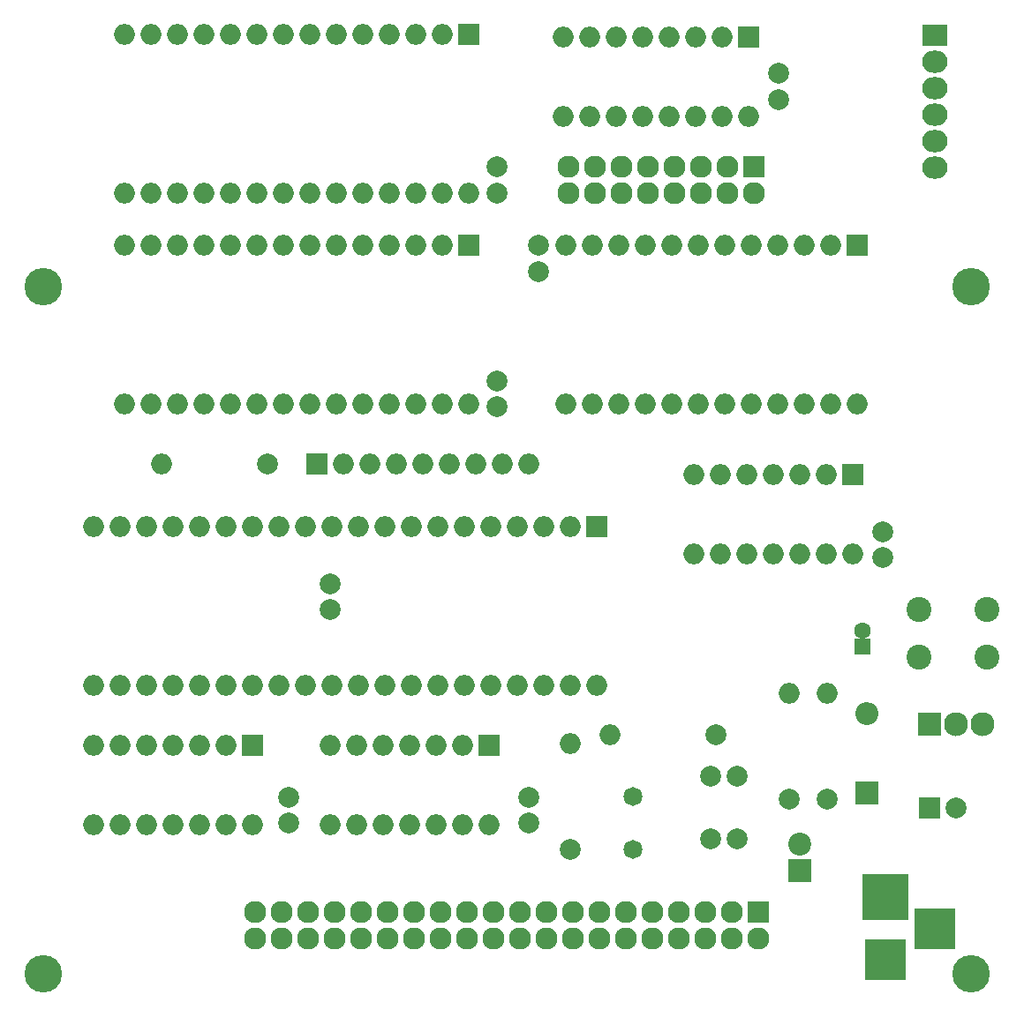
<source format=gbs>
G04 #@! TF.GenerationSoftware,KiCad,Pcbnew,(5.0.0-3-g5ebb6b6)*
G04 #@! TF.CreationDate,2018-12-25T22:54:35+09:00*
G04 #@! TF.ProjectId,Z80-GRANT,5A38302D4752414E542E6B696361645F,rev?*
G04 #@! TF.SameCoordinates,Original*
G04 #@! TF.FileFunction,Soldermask,Bot*
G04 #@! TF.FilePolarity,Negative*
%FSLAX46Y46*%
G04 Gerber Fmt 4.6, Leading zero omitted, Abs format (unit mm)*
G04 Created by KiCad (PCBNEW (5.0.0-3-g5ebb6b6)) date 2018 December 25, Tuesday 22:54:35*
%MOMM*%
%LPD*%
G01*
G04 APERTURE LIST*
%ADD10C,2.000000*%
%ADD11R,1.600000X1.600000*%
%ADD12C,1.600000*%
%ADD13R,2.000000X2.000000*%
%ADD14R,2.200000X2.200000*%
%ADD15O,2.200000X2.200000*%
%ADD16C,2.200000*%
%ADD17R,2.127200X2.127200*%
%ADD18O,2.127200X2.127200*%
%ADD19R,2.432000X2.127200*%
%ADD20O,2.432000X2.127200*%
%ADD21R,4.400000X4.400000*%
%ADD22R,3.900120X3.900120*%
%ADD23O,2.000000X2.000000*%
%ADD24C,2.400000*%
%ADD25R,2.300000X2.300000*%
%ADD26C,2.300000*%
%ADD27C,1.822400*%
%ADD28C,3.600000*%
G04 APERTURE END LIST*
D10*
G04 #@! TO.C,C1*
X121000000Y-99500000D03*
X121000000Y-102000000D03*
G04 #@! TD*
G04 #@! TO.C,C2*
X157500000Y-118000000D03*
X160000000Y-118000000D03*
G04 #@! TD*
G04 #@! TO.C,C3*
X157500000Y-124000000D03*
X160000000Y-124000000D03*
G04 #@! TD*
D11*
G04 #@! TO.C,C4*
X172000000Y-105500000D03*
D12*
X172000000Y-104000000D03*
G04 #@! TD*
D13*
G04 #@! TO.C,C5*
X178500000Y-121000000D03*
D10*
X181000000Y-121000000D03*
G04 #@! TD*
G04 #@! TO.C,C6*
X164000000Y-53000000D03*
X164000000Y-50500000D03*
G04 #@! TD*
G04 #@! TO.C,C7*
X137000000Y-82500000D03*
X137000000Y-80000000D03*
G04 #@! TD*
G04 #@! TO.C,C8*
X141000000Y-67000000D03*
X141000000Y-69500000D03*
G04 #@! TD*
G04 #@! TO.C,C9*
X117000000Y-122500000D03*
X117000000Y-120000000D03*
G04 #@! TD*
G04 #@! TO.C,C10*
X137000000Y-62000000D03*
X137000000Y-59500000D03*
G04 #@! TD*
G04 #@! TO.C,C11*
X140000000Y-122500000D03*
X140000000Y-120000000D03*
G04 #@! TD*
G04 #@! TO.C,C12*
X174000000Y-97000000D03*
X174000000Y-94500000D03*
G04 #@! TD*
D14*
G04 #@! TO.C,D1*
X172466000Y-119620000D03*
D15*
X172466000Y-112000000D03*
G04 #@! TD*
D14*
G04 #@! TO.C,D2*
X166000000Y-127000000D03*
D16*
X166000000Y-124460000D03*
G04 #@! TD*
D17*
G04 #@! TO.C,J1*
X161620000Y-59460000D03*
D18*
X161620000Y-62000000D03*
X159080000Y-59460000D03*
X159080000Y-62000000D03*
X156540000Y-59460000D03*
X156540000Y-62000000D03*
X154000000Y-59460000D03*
X154000000Y-62000000D03*
X151460000Y-59460000D03*
X151460000Y-62000000D03*
X148920000Y-59460000D03*
X148920000Y-62000000D03*
X146380000Y-59460000D03*
X146380000Y-62000000D03*
X143840000Y-59460000D03*
X143840000Y-62000000D03*
G04 #@! TD*
D19*
G04 #@! TO.C,J2*
X179000000Y-46840000D03*
D20*
X179000000Y-49380000D03*
X179000000Y-51920000D03*
X179000000Y-54460000D03*
X179000000Y-57000000D03*
X179000000Y-59540000D03*
G04 #@! TD*
D17*
G04 #@! TO.C,J3*
X162080000Y-131000000D03*
D18*
X162080000Y-133540000D03*
X159540000Y-131000000D03*
X159540000Y-133540000D03*
X157000000Y-131000000D03*
X157000000Y-133540000D03*
X154460000Y-131000000D03*
X154460000Y-133540000D03*
X151920000Y-131000000D03*
X151920000Y-133540000D03*
X149380000Y-131000000D03*
X149380000Y-133540000D03*
X146840000Y-131000000D03*
X146840000Y-133540000D03*
X144300000Y-131000000D03*
X144300000Y-133540000D03*
X141760000Y-131000000D03*
X141760000Y-133540000D03*
X139220000Y-131000000D03*
X139220000Y-133540000D03*
X136680000Y-131000000D03*
X136680000Y-133540000D03*
X134140000Y-131000000D03*
X134140000Y-133540000D03*
X131600000Y-131000000D03*
X131600000Y-133540000D03*
X129060000Y-131000000D03*
X129060000Y-133540000D03*
X126520000Y-131000000D03*
X126520000Y-133540000D03*
X123980000Y-131000000D03*
X123980000Y-133540000D03*
X121440000Y-131000000D03*
X121440000Y-133540000D03*
X118900000Y-131000000D03*
X118900000Y-133540000D03*
X116360000Y-131000000D03*
X116360000Y-133540000D03*
X113820000Y-131000000D03*
X113820000Y-133540000D03*
G04 #@! TD*
D21*
G04 #@! TO.C,J4*
X174244000Y-129598860D03*
D22*
X174244000Y-135598340D03*
X178943000Y-132598600D03*
G04 #@! TD*
D10*
G04 #@! TO.C,R1*
X115000000Y-88000000D03*
D23*
X104840000Y-88000000D03*
G04 #@! TD*
D10*
G04 #@! TO.C,R2*
X158000000Y-114000000D03*
D23*
X147840000Y-114000000D03*
G04 #@! TD*
D10*
G04 #@! TO.C,R3*
X144000000Y-125000000D03*
D23*
X144000000Y-114840000D03*
G04 #@! TD*
D10*
G04 #@! TO.C,R4*
X168656000Y-120160000D03*
D23*
X168656000Y-110000000D03*
G04 #@! TD*
D10*
G04 #@! TO.C,R5*
X165000000Y-120160000D03*
D23*
X165000000Y-110000000D03*
G04 #@! TD*
D13*
G04 #@! TO.C,RN1*
X119680000Y-88000000D03*
D23*
X122220000Y-88000000D03*
X124760000Y-88000000D03*
X127300000Y-88000000D03*
X129840000Y-88000000D03*
X132380000Y-88000000D03*
X134920000Y-88000000D03*
X137460000Y-88000000D03*
X140000000Y-88000000D03*
G04 #@! TD*
D24*
G04 #@! TO.C,SW1*
X177500000Y-106500000D03*
X177500000Y-102000000D03*
X184000000Y-106500000D03*
X184000000Y-102000000D03*
G04 #@! TD*
D25*
G04 #@! TO.C,SW2*
X178515000Y-113000000D03*
D26*
X181015000Y-113000000D03*
X183515000Y-113000000D03*
G04 #@! TD*
D27*
G04 #@! TO.C,Y1*
X150000000Y-119920000D03*
X150000000Y-125000000D03*
G04 #@! TD*
D28*
G04 #@! TO.C,M1*
X93460000Y-70970000D03*
G04 #@! TD*
G04 #@! TO.C,M2*
X182450000Y-70970000D03*
G04 #@! TD*
G04 #@! TO.C,M3*
X93460000Y-136960000D03*
G04 #@! TD*
G04 #@! TO.C,M4*
X182450000Y-136960000D03*
G04 #@! TD*
D13*
G04 #@! TO.C,U2*
X171080000Y-89000000D03*
D23*
X155840000Y-96620000D03*
X168540000Y-89000000D03*
X158380000Y-96620000D03*
X166000000Y-89000000D03*
X160920000Y-96620000D03*
X163460000Y-89000000D03*
X163460000Y-96620000D03*
X160920000Y-89000000D03*
X166000000Y-96620000D03*
X158380000Y-89000000D03*
X168540000Y-96620000D03*
X155840000Y-89000000D03*
X171080000Y-96620000D03*
G04 #@! TD*
D13*
G04 #@! TO.C,U3*
X136240000Y-115000000D03*
D23*
X121000000Y-122620000D03*
X133700000Y-115000000D03*
X123540000Y-122620000D03*
X131160000Y-115000000D03*
X126080000Y-122620000D03*
X128620000Y-115000000D03*
X128620000Y-122620000D03*
X126080000Y-115000000D03*
X131160000Y-122620000D03*
X123540000Y-115000000D03*
X133700000Y-122620000D03*
X121000000Y-115000000D03*
X136240000Y-122620000D03*
G04 #@! TD*
D13*
G04 #@! TO.C,U4*
X134320000Y-46760000D03*
D23*
X101300000Y-62000000D03*
X131780000Y-46760000D03*
X103840000Y-62000000D03*
X129240000Y-46760000D03*
X106380000Y-62000000D03*
X126700000Y-46760000D03*
X108920000Y-62000000D03*
X124160000Y-46760000D03*
X111460000Y-62000000D03*
X121620000Y-46760000D03*
X114000000Y-62000000D03*
X119080000Y-46760000D03*
X116540000Y-62000000D03*
X116540000Y-46760000D03*
X119080000Y-62000000D03*
X114000000Y-46760000D03*
X121620000Y-62000000D03*
X111460000Y-46760000D03*
X124160000Y-62000000D03*
X108920000Y-46760000D03*
X126700000Y-62000000D03*
X106380000Y-46760000D03*
X129240000Y-62000000D03*
X103840000Y-46760000D03*
X131780000Y-62000000D03*
X101300000Y-46760000D03*
X134320000Y-62000000D03*
G04 #@! TD*
D13*
G04 #@! TO.C,U5*
X161080000Y-47000000D03*
D23*
X143300000Y-54620000D03*
X158540000Y-47000000D03*
X145840000Y-54620000D03*
X156000000Y-47000000D03*
X148380000Y-54620000D03*
X153460000Y-47000000D03*
X150920000Y-54620000D03*
X150920000Y-47000000D03*
X153460000Y-54620000D03*
X148380000Y-47000000D03*
X156000000Y-54620000D03*
X145840000Y-47000000D03*
X158540000Y-54620000D03*
X143300000Y-47000000D03*
X161080000Y-54620000D03*
G04 #@! TD*
D13*
G04 #@! TO.C,U6*
X134240000Y-67000000D03*
D23*
X101220000Y-82240000D03*
X131700000Y-67000000D03*
X103760000Y-82240000D03*
X129160000Y-67000000D03*
X106300000Y-82240000D03*
X126620000Y-67000000D03*
X108840000Y-82240000D03*
X124080000Y-67000000D03*
X111380000Y-82240000D03*
X121540000Y-67000000D03*
X113920000Y-82240000D03*
X119000000Y-67000000D03*
X116460000Y-82240000D03*
X116460000Y-67000000D03*
X119000000Y-82240000D03*
X113920000Y-67000000D03*
X121540000Y-82240000D03*
X111380000Y-67000000D03*
X124080000Y-82240000D03*
X108840000Y-67000000D03*
X126620000Y-82240000D03*
X106300000Y-67000000D03*
X129160000Y-82240000D03*
X103760000Y-67000000D03*
X131700000Y-82240000D03*
X101220000Y-67000000D03*
X134240000Y-82240000D03*
G04 #@! TD*
D13*
G04 #@! TO.C,U7*
X113540000Y-115000000D03*
D23*
X98300000Y-122620000D03*
X111000000Y-115000000D03*
X100840000Y-122620000D03*
X108460000Y-115000000D03*
X103380000Y-122620000D03*
X105920000Y-115000000D03*
X105920000Y-122620000D03*
X103380000Y-115000000D03*
X108460000Y-122620000D03*
X100840000Y-115000000D03*
X111000000Y-122620000D03*
X98300000Y-115000000D03*
X113540000Y-122620000D03*
G04 #@! TD*
D13*
G04 #@! TO.C,U8*
X171540000Y-67000000D03*
D23*
X143600000Y-82240000D03*
X169000000Y-67000000D03*
X146140000Y-82240000D03*
X166460000Y-67000000D03*
X148680000Y-82240000D03*
X163920000Y-67000000D03*
X151220000Y-82240000D03*
X161380000Y-67000000D03*
X153760000Y-82240000D03*
X158840000Y-67000000D03*
X156300000Y-82240000D03*
X156300000Y-67000000D03*
X158840000Y-82240000D03*
X153760000Y-67000000D03*
X161380000Y-82240000D03*
X151220000Y-67000000D03*
X163920000Y-82240000D03*
X148680000Y-67000000D03*
X166460000Y-82240000D03*
X146140000Y-67000000D03*
X169000000Y-82240000D03*
X143600000Y-67000000D03*
X171540000Y-82240000D03*
G04 #@! TD*
D13*
G04 #@! TO.C,U1*
X146560000Y-94000000D03*
D23*
X98300000Y-109240000D03*
X144020000Y-94000000D03*
X100840000Y-109240000D03*
X141480000Y-94000000D03*
X103380000Y-109240000D03*
X138940000Y-94000000D03*
X105920000Y-109240000D03*
X136400000Y-94000000D03*
X108460000Y-109240000D03*
X133860000Y-94000000D03*
X111000000Y-109240000D03*
X131320000Y-94000000D03*
X113540000Y-109240000D03*
X128780000Y-94000000D03*
X116080000Y-109240000D03*
X126240000Y-94000000D03*
X118620000Y-109240000D03*
X123700000Y-94000000D03*
X121160000Y-109240000D03*
X121160000Y-94000000D03*
X123700000Y-109240000D03*
X118620000Y-94000000D03*
X126240000Y-109240000D03*
X116080000Y-94000000D03*
X128780000Y-109240000D03*
X113540000Y-94000000D03*
X131320000Y-109240000D03*
X111000000Y-94000000D03*
X133860000Y-109240000D03*
X108460000Y-94000000D03*
X136400000Y-109240000D03*
X105920000Y-94000000D03*
X138940000Y-109240000D03*
X103380000Y-94000000D03*
X141480000Y-109240000D03*
X100840000Y-94000000D03*
X144020000Y-109240000D03*
X98300000Y-94000000D03*
X146560000Y-109240000D03*
G04 #@! TD*
M02*

</source>
